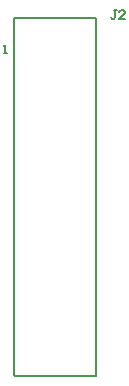
<source format=gto>
G04*
G04 #@! TF.GenerationSoftware,Altium Limited,Altium Designer,23.3.1 (30)*
G04*
G04 Layer_Color=65535*
%FSLAX44Y44*%
%MOMM*%
G71*
G04*
G04 #@! TF.SameCoordinates,C5E1189D-41B8-4AFE-B9F0-E66C201BB24E*
G04*
G04*
G04 #@! TF.FilePolarity,Positive*
G04*
G01*
G75*
%ADD10C,0.2000*%
%ADD11C,0.1500*%
D10*
X799360Y652680D02*
X868360D01*
Y350180D02*
Y652680D01*
X868360Y350180D02*
X868360Y350180D01*
X799860Y350180D02*
X868360D01*
X799360Y350680D02*
X799860Y350180D01*
X799360Y350680D02*
Y652680D01*
D11*
X885834Y659499D02*
X883501D01*
X884667D01*
Y653667D01*
X883501Y652501D01*
X882335D01*
X881169Y653667D01*
X892831Y652501D02*
X888166D01*
X892831Y657166D01*
Y658333D01*
X891665Y659499D01*
X889333D01*
X888166Y658333D01*
X790500Y623500D02*
X792833D01*
X791666D01*
Y630498D01*
X790500Y629331D01*
M02*

</source>
